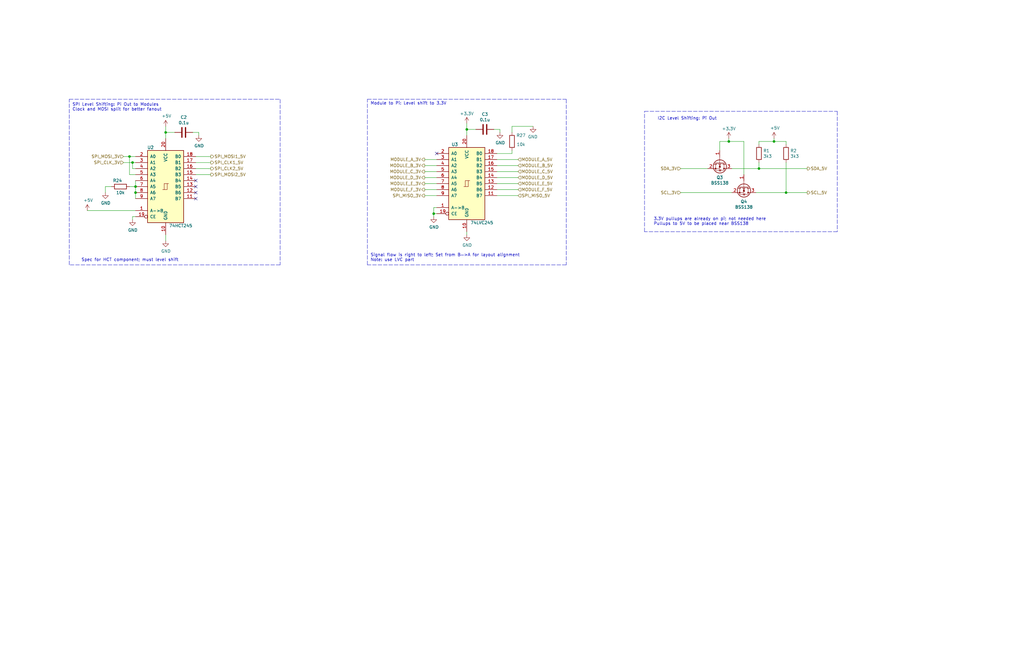
<source format=kicad_sch>
(kicad_sch (version 20230121) (generator eeschema)
  (paper "B")
  (title_block (title "Zoxnoxious Backplane and VCA") (date "2022-08-28") (rev "0.2") (company "Zoxnoxious Engineering"))
  (lib_symbols
    (symbol "74xx:74HC245" (pin_names (offset 1.016))
      (property "Reference" "U" (at -7.62 16.51 0))
      (property "Value" "74HC245" (at -7.62 -16.51 0))
      (symbol "74HC245_1_0"
        (polyline (pts (xy -0.635 -1.27) (xy -0.635 1.27) (xy 0.635 1.27)))
        (polyline (pts (xy -1.27 -1.27) (xy 0.635 -1.27) (xy 0.635 1.27) (xy 1.27 1.27)))
        (pin input line (at -12.7 -10.16 0) (length 5.08) (name "A->B") (number "1"))
        (pin power_in line (at 0 -20.32 90) (length 5.08) (name "GND") (number "10"))
        (pin tri_state line (at 12.7 -5.08 180) (length 5.08) (name "B7") (number "11"))
        (pin tri_state line (at 12.7 -2.54 180) (length 5.08) (name "B6") (number "12"))
        (pin tri_state line (at 12.7 0 180) (length 5.08) (name "B5") (number "13"))
        (pin tri_state line (at 12.7 2.54 180) (length 5.08) (name "B4") (number "14"))
        (pin tri_state line (at 12.7 5.08 180) (length 5.08) (name "B3") (number "15"))
        (pin tri_state line (at 12.7 7.62 180) (length 5.08) (name "B2") (number "16"))
        (pin tri_state line (at 12.7 10.16 180) (length 5.08) (name "B1") (number "17"))
        (pin tri_state line (at 12.7 12.7 180) (length 5.08) (name "B0") (number "18"))
        (pin input inverted (at -12.7 -12.7 0) (length 5.08) (name "CE") (number "19"))
        (pin tri_state line (at -12.7 12.7 0) (length 5.08) (name "A0") (number "2"))
        (pin power_in line (at 0 20.32 270) (length 5.08) (name "VCC") (number "20"))
        (pin tri_state line (at -12.7 10.16 0) (length 5.08) (name "A1") (number "3"))
        (pin tri_state line (at -12.7 7.62 0) (length 5.08) (name "A2") (number "4"))
        (pin tri_state line (at -12.7 5.08 0) (length 5.08) (name "A3") (number "5"))
        (pin tri_state line (at -12.7 2.54 0) (length 5.08) (name "A4") (number "6"))
        (pin tri_state line (at -12.7 0 0) (length 5.08) (name "A5") (number "7"))
        (pin tri_state line (at -12.7 -2.54 0) (length 5.08) (name "A6") (number "8"))
        (pin tri_state line (at -12.7 -5.08 0) (length 5.08) (name "A7") (number "9"))
      )
      (symbol "74HC245_1_1"
        (rectangle (start -7.62 15.24) (end 7.62 -15.24) (stroke (width 0.254)) (fill (type background)))
      )
    )
    (symbol "Device:C" (pin_numbers hide) (pin_names (offset 0.254))
      (property "Reference" "C" (at 0.635 2.54 0))
      (property "Value" "C" (at 0.635 -2.54 0))
      (symbol "C_0_1"
        (polyline (pts (xy -2.032 -0.762) (xy 2.032 -0.762)) (stroke (width 0.508)))
        (polyline (pts (xy -2.032 0.762) (xy 2.032 0.762)) (stroke (width 0.508)))
      )
      (symbol "C_1_1"
        (pin passive line (at 0 3.81 270) (length 2.794) (name "~") (number "1"))
        (pin passive line (at 0 -3.81 90) (length 2.794) (name "~") (number "2"))
      )
    )
    (symbol "Device:R" (pin_numbers hide) (pin_names (offset 0))
      (property "Reference" "R" (at 2.032 0 90))
      (property "Value" "R" (at 0 0 90))
      (symbol "R_0_1"
        (rectangle (start -1.016 -2.54) (end 1.016 2.54) (stroke (width 0.254)))
      )
      (symbol "R_1_1"
        (pin passive line (at 0 3.81 270) (length 1.27) (name "~") (number "1"))
        (pin passive line (at 0 -3.81 90) (length 1.27) (name "~") (number "2"))
      )
    )
    (symbol "Transistor_FET:BSS138" (pin_names hide)
      (property "Reference" "Q" (at 5.08 1.905 0))
      (property "Value" "BSS138" (at 5.08 0 0))
      (symbol "BSS138_0_1"
        (polyline (pts (xy 0.254 0) (xy -2.54 0)))
        (polyline (pts (xy 0.254 1.905) (xy 0.254 -1.905)) (stroke (width 0.254)))
        (polyline (pts (xy 0.762 -1.27) (xy 0.762 -2.286)) (stroke (width 0.254)))
        (polyline (pts (xy 0.762 0.508) (xy 0.762 -0.508)) (stroke (width 0.254)))
        (polyline (pts (xy 0.762 2.286) (xy 0.762 1.27)) (stroke (width 0.254)))
        (polyline (pts (xy 2.54 2.54) (xy 2.54 1.778)))
        (polyline (pts (xy 2.54 -2.54) (xy 2.54 0) (xy 0.762 0)))
        (polyline (pts (xy 0.762 -1.778) (xy 3.302 -1.778) (xy 3.302 1.778) (xy 0.762 1.778)))
        (polyline (pts (xy 1.016 0) (xy 2.032 0.381) (xy 2.032 -0.381) (xy 1.016 0)) (fill (type outline)))
        (polyline (pts (xy 2.794 0.508) (xy 2.921 0.381) (xy 3.683 0.381) (xy 3.81 0.254)))
        (polyline (pts (xy 3.302 0.381) (xy 2.921 -0.254) (xy 3.683 -0.254) (xy 3.302 0.381)))
        (circle (center 1.651 0) (radius 2.794) (stroke (width 0.254)))
        (circle (center 2.54 -1.778) (radius 0.254) (fill (type outline)))
        (circle (center 2.54 1.778) (radius 0.254) (fill (type outline)))
      )
      (symbol "BSS138_1_1"
        (pin input line (at -5.08 0 0) (length 2.54) (name "G") (number "1"))
        (pin passive line (at 2.54 -5.08 90) (length 2.54) (name "S") (number "2"))
        (pin passive line (at 2.54 5.08 270) (length 2.54) (name "D") (number "3"))
      )
    )
    (symbol "power:+3.3V" (power) (pin_names (offset 0))
      (property "Value" "+3.3V" (at 0 3.556 0))
      (symbol "+3.3V_0_1"
        (polyline (pts (xy -0.762 1.27) (xy 0 2.54)))
        (polyline (pts (xy 0 0) (xy 0 2.54)))
        (polyline (pts (xy 0 2.54) (xy 0.762 1.27)))
      )
      (symbol "+3.3V_1_1"
        (pin power_in line (at 0 0 90) (length 0) hide (name "+3.3V") (number "1"))
      )
    )
    (symbol "power:+5V" (power) (pin_names (offset 0))
      (property "Value" "+5V" (at 0 3.556 0))
      (symbol "+5V_0_1"
        (polyline (pts (xy -0.762 1.27) (xy 0 2.54)))
        (polyline (pts (xy 0 0) (xy 0 2.54)))
        (polyline (pts (xy 0 2.54) (xy 0.762 1.27)))
      )
      (symbol "+5V_1_1"
        (pin power_in line (at 0 0 90) (length 0) hide (name "+5V") (number "1"))
      )
    )
    (symbol "power:GND" (power) (pin_names (offset 0))
      (property "Value" "GND" (at 0 -3.81 0))
      (symbol "GND_0_1"
        (polyline (pts (xy 0 0) (xy 0 -1.27) (xy 1.27 -1.27) (xy 0 -2.54) (xy -1.27 -1.27) (xy 0 -1.27)))
      )
      (symbol "GND_1_1"
        (pin power_in line (at 0 0 270) (length 0) hide (name "GND") (number "1"))
      )
    )
  )
  (junction (at 57.15 81.28))
  (junction (at 331.47 81.28))
  (junction (at 326.39 59.69))
  (junction (at 320.04 71.12))
  (junction (at 182.88 90.17))
  (junction (at 54.61 66.04))
  (junction (at 69.85 55.88))
  (junction (at 57.15 78.74))
  (junction (at 307.34 59.69))
  (junction (at 55.88 68.58))
  (junction (at 196.85 54.61))
  (no_connect (at 82.55 78.74))
  (no_connect (at 82.55 76.2))
  (no_connect (at 82.55 83.82))
  (no_connect (at 184.15 64.77))
  (no_connect (at 82.55 81.28))
  (polyline (pts (xy 238.76 111.76) (xy 154.94 111.76)) (stroke (width 0) (type dash)))
  (wire (pts (xy 52.07 68.58) (xy 55.88 68.58)))
  (polyline (pts (xy 29.21 41.91) (xy 118.11 41.91)) (stroke (width 0) (type dash)))
  (wire (pts (xy 331.47 81.28) (xy 340.36 81.28)))
  (wire (pts (xy 215.9 63.5) (xy 215.9 64.77)))
  (wire (pts (xy 326.39 59.69) (xy 326.39 58.42)))
  (wire (pts (xy 209.55 67.31) (xy 218.44 67.31)))
  (wire (pts (xy 57.15 78.74) (xy 57.15 81.28)))
  (polyline (pts (xy 154.94 111.76) (xy 154.94 41.91)) (stroke (width 0) (type dash)))
  (wire (pts (xy 224.79 53.34) (xy 215.9 53.34)))
  (wire (pts (xy 184.15 69.85) (xy 179.07 69.85)))
  (wire (pts (xy 196.85 57.15) (xy 196.85 54.61)))
  (wire (pts (xy 318.77 81.28) (xy 331.47 81.28)))
  (wire (pts (xy 209.55 74.93) (xy 218.44 74.93)))
  (wire (pts (xy 52.07 66.04) (xy 54.61 66.04)))
  (polyline (pts (xy 154.94 41.91) (xy 238.76 41.91)) (stroke (width 0) (type dash)))
  (wire (pts (xy 82.55 66.04) (xy 88.9 66.04)))
  (wire (pts (xy 184.15 72.39) (xy 179.07 72.39)))
  (wire (pts (xy 69.85 58.42) (xy 69.85 55.88)))
  (wire (pts (xy 184.15 77.47) (xy 179.07 77.47)))
  (wire (pts (xy 55.88 68.58) (xy 55.88 71.12)))
  (wire (pts (xy 184.15 80.01) (xy 179.07 80.01)))
  (wire (pts (xy 313.69 59.69) (xy 307.34 59.69)))
  (wire (pts (xy 182.88 87.63) (xy 182.88 90.17)))
  (wire (pts (xy 210.82 54.61) (xy 210.82 55.88)))
  (wire (pts (xy 69.85 55.88) (xy 69.85 53.34)))
  (wire (pts (xy 196.85 99.06) (xy 196.85 97.79)))
  (wire (pts (xy 55.88 92.71) (xy 55.88 91.44)))
  (wire (pts (xy 44.45 81.28) (xy 44.45 78.74)))
  (wire (pts (xy 55.88 68.58) (xy 57.15 68.58)))
  (wire (pts (xy 179.07 82.55) (xy 184.15 82.55)))
  (polyline (pts (xy 118.11 111.76) (xy 29.21 111.76)) (stroke (width 0) (type dash)))
  (polyline (pts (xy 271.78 97.79) (xy 271.78 46.99)) (stroke (width 0) (type dash)))
  (wire (pts (xy 69.85 99.06) (xy 69.85 101.6)))
  (wire (pts (xy 308.61 71.12) (xy 320.04 71.12)))
  (wire (pts (xy 209.55 69.85) (xy 218.44 69.85)))
  (wire (pts (xy 54.61 73.66) (xy 57.15 73.66)))
  (wire (pts (xy 83.82 55.88) (xy 83.82 57.15)))
  (wire (pts (xy 57.15 76.2) (xy 57.15 78.74)))
  (wire (pts (xy 208.28 54.61) (xy 210.82 54.61)))
  (wire (pts (xy 184.15 87.63) (xy 182.88 87.63)))
  (wire (pts (xy 307.34 59.69) (xy 303.53 59.69)))
  (wire (pts (xy 209.55 77.47) (xy 218.44 77.47)))
  (wire (pts (xy 57.15 81.28) (xy 57.15 83.82)))
  (wire (pts (xy 54.61 66.04) (xy 57.15 66.04)))
  (wire (pts (xy 287.02 81.28) (xy 308.61 81.28)))
  (polyline (pts (xy 29.21 111.76) (xy 29.21 41.91)) (stroke (width 0) (type dash)))
  (wire (pts (xy 184.15 74.93) (xy 179.07 74.93)))
  (wire (pts (xy 320.04 59.69) (xy 326.39 59.69)))
  (wire (pts (xy 54.61 78.74) (xy 57.15 78.74)))
  (wire (pts (xy 196.85 54.61) (xy 196.85 52.07)))
  (wire (pts (xy 326.39 59.69) (xy 331.47 59.69)))
  (wire (pts (xy 320.04 60.96) (xy 320.04 59.69)))
  (wire (pts (xy 82.55 73.66) (xy 88.9 73.66)))
  (polyline (pts (xy 353.06 46.99) (xy 353.06 97.79)) (stroke (width 0) (type dash)))
  (wire (pts (xy 209.55 72.39) (xy 218.44 72.39)))
  (wire (pts (xy 55.88 91.44) (xy 57.15 91.44)))
  (polyline (pts (xy 118.11 41.91) (xy 118.11 111.76)) (stroke (width 0) (type dash)))
  (wire (pts (xy 36.83 88.9) (xy 57.15 88.9)))
  (wire (pts (xy 196.85 54.61) (xy 200.66 54.61)))
  (wire (pts (xy 287.02 71.12) (xy 298.45 71.12)))
  (wire (pts (xy 184.15 67.31) (xy 179.07 67.31)))
  (wire (pts (xy 331.47 68.58) (xy 331.47 81.28)))
  (polyline (pts (xy 353.06 97.79) (xy 271.78 97.79)) (stroke (width 0) (type dash)))
  (wire (pts (xy 303.53 63.5) (xy 303.53 59.69)))
  (wire (pts (xy 69.85 55.88) (xy 73.66 55.88)))
  (wire (pts (xy 182.88 90.17) (xy 184.15 90.17)))
  (wire (pts (xy 209.55 82.55) (xy 218.44 82.55)))
  (wire (pts (xy 81.28 55.88) (xy 83.82 55.88)))
  (wire (pts (xy 215.9 53.34) (xy 215.9 55.88)))
  (wire (pts (xy 55.88 71.12) (xy 57.15 71.12)))
  (wire (pts (xy 313.69 73.66) (xy 313.69 59.69)))
  (polyline (pts (xy 238.76 41.91) (xy 238.76 111.76)) (stroke (width 0) (type dash)))
  (wire (pts (xy 82.55 71.12) (xy 88.9 71.12)))
  (wire (pts (xy 209.55 80.01) (xy 218.44 80.01)))
  (wire (pts (xy 182.88 91.44) (xy 182.88 90.17)))
  (wire (pts (xy 320.04 68.58) (xy 320.04 71.12)))
  (wire (pts (xy 307.34 58.42) (xy 307.34 59.69)))
  (wire (pts (xy 331.47 59.69) (xy 331.47 60.96)))
  (wire (pts (xy 44.45 78.74) (xy 46.99 78.74)))
  (wire (pts (xy 209.55 64.77) (xy 215.9 64.77)))
  (wire (pts (xy 54.61 66.04) (xy 54.61 73.66)))
  (wire (pts (xy 320.04 71.12) (xy 340.36 71.12)))
  (polyline (pts (xy 271.78 46.99) (xy 353.06 46.99)) (stroke (width 0) (type dash)))
  (wire (pts (xy 82.55 68.58) (xy 88.9 68.58)))
  (text "SPI Level Shifting: Pi Out to Modules\nClock and MOSI split for better fanout" (at 30.48 46.99 0) (effects (font (size 1.27 1.27)) (justify left bottom)))
  (text "I2C Level Shifting: Pi Out" (at 302.26 50.8 0) (effects (font (size 1.27 1.27)) (justify right bottom)))
  (text "Module to Pi: Level shift to 3.3V" (at 156.21 44.45 0) (effects (font (size 1.27 1.27)) (justify left bottom)))
  (text "Spec for HCT component; must level shift" (at 34.29 110.49 0) (effects (font (size 1.27 1.27)) (justify left bottom)))
  (text "3.3V pullups are already on pi; not needed here\nPullups to 5V to be placed near BSS138" (at 275.59 95.25 0) (effects (font (size 1.27 1.27)) (justify left bottom)))
  (text "Signal flow is right to left; Set from B—>A for layout alignment\nNote: use LVC part" (at 156.21 110.49 0) (effects (font (size 1.27 1.27)) (justify left bottom)))
  (hierarchical_label "MODULE_F_3V" (shape output) (at 179.07 80.01 180))
  (hierarchical_label "MODULE_D_3V" (shape output) (at 179.07 74.93 180))
  (hierarchical_label "SPI_CLK2_5V" (shape output) (at 88.9 71.12 0))
  (hierarchical_label "MODULE_B_3V" (shape output) (at 179.07 69.85 180))
  (hierarchical_label "MODULE_F_5V" (shape input) (at 218.44 80.01 0))
  (hierarchical_label "SCL_5V" (shape output) (at 340.36 81.28 0))
  (hierarchical_label "SPI_CLK_3V" (shape input) (at 52.07 68.58 180))
  (hierarchical_label "MODULE_E_5V" (shape input) (at 218.44 77.47 0))
  (hierarchical_label "SPI_MOSI2_5V" (shape output) (at 88.9 73.66 0))
  (hierarchical_label "SPI_MOSI1_5V" (shape output) (at 88.9 66.04 0))
  (hierarchical_label "SPI_MOSI_3V" (shape input) (at 52.07 66.04 180))
  (hierarchical_label "SPI_MISO_5V" (shape input) (at 218.44 82.55 0))
  (hierarchical_label "MODULE_D_5V" (shape input) (at 218.44 74.93 0))
  (hierarchical_label "MODULE_E_3V" (shape output) (at 179.07 77.47 180))
  (hierarchical_label "SPI_MISO_3V" (shape output) (at 179.07 82.55 180))
  (hierarchical_label "SCL_3V" (shape input) (at 287.02 81.28 180))
  (hierarchical_label "MODULE_C_5V" (shape input) (at 218.44 72.39 0))
  (hierarchical_label "MODULE_A_5V" (shape input) (at 218.44 67.31 0))
  (hierarchical_label "SDA_5V" (shape output) (at 340.36 71.12 0))
  (hierarchical_label "MODULE_C_3V" (shape output) (at 179.07 72.39 180))
  (hierarchical_label "SDA_3V" (shape input) (at 287.02 71.12 180))
  (hierarchical_label "SPI_CLK1_5V" (shape output) (at 88.9 68.58 0))
  (hierarchical_label "MODULE_B_5V" (shape input) (at 218.44 69.85 0))
  (hierarchical_label "MODULE_A_3V" (shape output) (at 179.07 67.31 180))
  (symbol (lib_id "power:+5V") (at 69.85 53.34 0) (unit 1)
    (property "Reference" "#PWR0126" (effects hide))
    (property "Value" "+5V" (at 70.231 48.9458 0))
  )
  (symbol (lib_id "Device:C") (at 77.47 55.88 270) (unit 1)
    (property "Reference" "C2" (at 77.47 49.4792 90))
    (property "Value" "0.1u" (at 77.47 51.7906 90))
    (property "Footprint" "Capacitor_SMD:C_0603_1608Metric" (effects hide))
    (property "LCSC" "C14663" (effects hide))
  )
  (symbol (lib_id "power:GND") (at 69.85 101.6 0) (unit 1)
    (property "Reference" "#PWR0127" (effects hide))
    (property "Value" "GND" (at 69.977 105.9942 0))
  )
  (symbol (lib_id "power:GND") (at 83.82 57.15 0) (unit 1)
    (property "Reference" "#PWR0128" (effects hide))
    (property "Value" "GND" (at 83.947 61.5442 0))
  )
  (symbol (lib_id "Transistor_FET:BSS138") (at 303.53 68.58 270) (unit 1)
    (property "Reference" "Q3" (at 303.53 74.9046 90))
    (property "Value" "BSS138" (at 303.53 77.216 90))
    (property "Footprint" "Package_TO_SOT_SMD:SOT-23" (effects hide))
    (property "Datasheet" "https://www.onsemi.com/pub/Collateral/BSS138-D.PDF" (effects hide))
    (property "LCSC" "C82045" (effects hide))
  )
  (symbol (lib_id "Transistor_FET:BSS138") (at 313.69 78.74 270) (unit 1)
    (property "Reference" "Q4" (at 313.69 85.0646 90))
    (property "Value" "BSS138" (at 313.69 87.376 90))
    (property "Footprint" "Package_TO_SOT_SMD:SOT-23" (effects hide))
    (property "Datasheet" "https://www.onsemi.com/pub/Collateral/BSS138-D.PDF" (effects hide))
    (property "LCSC" "C82045" (effects hide))
  )
  (symbol (lib_id "74xx:74HC245") (at 69.85 78.74 0) (unit 1)
    (property "Reference" "U2" (at 63.5 62.23 0))
    (property "Value" "74HCT245" (at 76.2 95.25 0))
    (property "Footprint" "Package_SO:TSSOP-20_4.4x6.5mm_P0.65mm" (effects hide))
    (property "Datasheet" "https://www.ti.com/lit/ds/scls233p/scls233p.pdf" (effects hide))
    (property "LCSC" "C5980" (effects hide))
  )
  (symbol (lib_id "power:GND") (at 55.88 92.71 0) (unit 1)
    (property "Reference" "#PWR0129" (effects hide))
    (property "Value" "GND" (at 56.007 97.1042 0))
  )
  (symbol (lib_id "power:+5V") (at 326.39 58.42 0) (unit 1)
    (property "Reference" "#PWR0131" (effects hide))
    (property "Value" "+5V" (at 326.771 54.0258 0))
  )
  (symbol (lib_id "Device:R") (at 320.04 64.77 0) (unit 1)
    (property "Reference" "R1" (at 321.818 63.6016 0) (effects (justify left)))
    (property "Value" "3k3" (at 321.818 65.913 0) (effects (justify left)))
    (property "Footprint" "Resistor_SMD:R_0603_1608Metric" (effects hide))
    (property "LCSC" "C22978" (effects hide))
  )
  (symbol (lib_id "Device:R") (at 331.47 64.77 0) (unit 1)
    (property "Reference" "R2" (at 333.248 63.6016 0) (effects (justify left)))
    (property "Value" "3k3" (at 333.248 65.913 0) (effects (justify left)))
    (property "Footprint" "Resistor_SMD:R_0603_1608Metric" (effects hide))
    (property "LCSC" "C22978" (effects hide))
  )
  (symbol (lib_id "power:+5V") (at 36.83 88.9 0) (unit 1)
    (property "Reference" "#PWR0132" (effects hide))
    (property "Value" "+5V" (at 37.211 84.5058 0))
  )
  (symbol (lib_id "74xx:74HC245") (at 196.85 77.47 0) (unit 1)
    (property "Reference" "U3" (at 191.77 60.96 0))
    (property "Value" "74LVC245" (at 203.2 93.98 0))
    (property "Footprint" "Package_SO:TSSOP-20_4.4x6.5mm_P0.65mm" (effects hide))
    (property "Datasheet" "https://www.ti.com/lit/ds/scas218x/scas218x.pdf" (effects hide))
    (property "LCSC" "C6082" (effects hide))
  )
  (symbol (lib_id "Device:C") (at 204.47 54.61 270) (unit 1)
    (property "Reference" "C3" (at 204.47 48.2092 90))
    (property "Value" "0.1u" (at 204.47 50.5206 90))
    (property "Footprint" "Capacitor_SMD:C_0603_1608Metric" (effects hide))
    (property "LCSC" "C14663" (effects hide))
  )
  (symbol (lib_id "power:GND") (at 210.82 55.88 0) (unit 1)
    (property "Reference" "#PWR0134" (effects hide))
    (property "Value" "GND" (at 210.947 60.2742 0))
  )
  (symbol (lib_id "power:GND") (at 196.85 99.06 0) (unit 1)
    (property "Reference" "#PWR0135" (effects hide))
    (property "Value" "GND" (at 196.977 103.4542 0))
  )
  (symbol (lib_id "power:GND") (at 182.88 91.44 0) (unit 1)
    (property "Reference" "#PWR0137" (effects hide))
    (property "Value" "GND" (at 183.007 95.8342 0))
  )
  (symbol (lib_id "Device:R") (at 215.9 59.69 180) (unit 1)
    (property "Reference" "R27" (at 219.71 57.15 0))
    (property "Value" "10k" (at 219.71 60.96 0))
    (property "Footprint" "Resistor_SMD:R_0603_1608Metric" (effects hide))
    (property "LCSC" "C25804" (effects hide))
  )
  (symbol (lib_id "power:GND") (at 224.79 53.34 0) (mirror y) (unit 1)
    (property "Reference" "#PWR056" (effects hide))
    (property "Value" "GND" (at 224.663 57.7342 0))
  )
  (symbol (lib_id "Device:R") (at 50.8 78.74 90) (unit 1)
    (property "Reference" "R24" (at 49.53 76.2 90))
    (property "Value" "10k" (at 50.8 81.28 90))
    (property "Footprint" "Resistor_SMD:R_0603_1608Metric" (effects hide))
    (property "LCSC" "C25804" (effects hide))
  )
  (symbol (lib_id "power:+3.3V") (at 307.34 58.42 0) (unit 1)
    (property "Reference" "#PWR059" (effects hide))
    (property "Value" "+3.3V" (at 307.34 54.2869 0))
  )
  (symbol (lib_id "power:+3.3V") (at 196.85 52.07 0) (unit 1)
    (property "Reference" "#PWR050" (effects hide))
    (property "Value" "+3.3V" (at 196.85 47.9369 0))
  )
  (symbol (lib_id "power:GND") (at 44.45 81.28 0) (unit 1)
    (property "Reference" "#PWR0173" (effects hide))
    (property "Value" "GND" (at 44.577 85.6742 0))
  )
)
</source>
